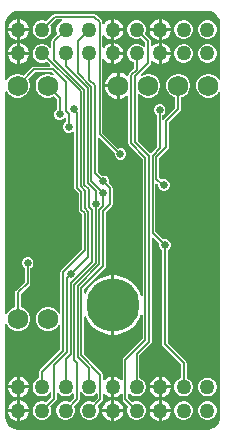
<source format=gbl>
G04*
G04 #@! TF.GenerationSoftware,Altium Limited,Altium Designer,23.0.1 (38)*
G04*
G04 Layer_Physical_Order=2*
G04 Layer_Color=16711680*
%FSLAX24Y24*%
%MOIN*%
G70*
G04*
G04 #@! TF.SameCoordinates,212204B1-6FDB-4007-BCD0-930B6937FDD8*
G04*
G04*
G04 #@! TF.FilePolarity,Positive*
G04*
G01*
G75*
%ADD13C,0.0060*%
%ADD35C,0.0680*%
%ADD36C,0.0500*%
%ADD37C,0.1772*%
%ADD38C,0.0260*%
G36*
X7107Y14197D02*
X7188Y14163D01*
X7261Y14114D01*
X7323Y14052D01*
X7372Y13979D01*
X7405Y13898D01*
X7422Y13812D01*
Y13769D01*
Y11905D01*
X7372Y11891D01*
X7334Y11958D01*
X7259Y12033D01*
X7168Y12085D01*
X7066Y12113D01*
X6961D01*
X6859Y12085D01*
X6768Y12033D01*
X6693Y11958D01*
X6641Y11867D01*
X6614Y11765D01*
Y11660D01*
X6641Y11558D01*
X6693Y11467D01*
X6768Y11393D01*
X6859Y11340D01*
X6961Y11313D01*
X7066D01*
X7168Y11340D01*
X7259Y11393D01*
X7334Y11467D01*
X7372Y11534D01*
X7422Y11520D01*
X7422Y700D01*
X7422Y656D01*
X7405Y570D01*
X7372Y489D01*
X7323Y416D01*
X7261Y354D01*
X7188Y306D01*
X7107Y272D01*
X7021Y255D01*
X656D01*
X570Y272D01*
X489Y306D01*
X416Y354D01*
X354Y416D01*
X306Y489D01*
X272Y570D01*
X255Y656D01*
Y700D01*
Y3776D01*
X305Y3784D01*
X357Y3692D01*
X432Y3618D01*
X523Y3565D01*
X625Y3538D01*
X730D01*
X832Y3565D01*
X923Y3618D01*
X998Y3692D01*
X1050Y3784D01*
X1077Y3885D01*
Y3991D01*
X1050Y4092D01*
X998Y4184D01*
X923Y4258D01*
X832Y4311D01*
X768Y4328D01*
Y4785D01*
X1065Y5082D01*
X1085Y5112D01*
X1092Y5147D01*
Y5632D01*
X1108Y5639D01*
X1161Y5692D01*
X1190Y5762D01*
Y5838D01*
X1161Y5908D01*
X1108Y5961D01*
X1038Y5990D01*
X962D01*
X892Y5961D01*
X839Y5908D01*
X810Y5838D01*
Y5762D01*
X839Y5692D01*
X892Y5639D01*
X908Y5632D01*
Y5185D01*
X611Y4888D01*
X591Y4858D01*
X584Y4823D01*
Y4327D01*
X523Y4311D01*
X432Y4258D01*
X357Y4184D01*
X305Y4092D01*
X255Y4100D01*
Y11520D01*
X305Y11534D01*
X344Y11467D01*
X418Y11393D01*
X509Y11340D01*
X611Y11313D01*
X716D01*
X818Y11340D01*
X909Y11393D01*
X984Y11467D01*
X1036Y11558D01*
X1064Y11660D01*
Y11765D01*
X1036Y11867D01*
X1004Y11923D01*
X1249Y12168D01*
X1817D01*
X1876Y12110D01*
X1845Y12070D01*
X1818Y12085D01*
X1716Y12113D01*
X1611D01*
X1509Y12085D01*
X1418Y12033D01*
X1344Y11958D01*
X1291Y11867D01*
X1264Y11765D01*
Y11660D01*
X1291Y11558D01*
X1344Y11467D01*
X1418Y11393D01*
X1509Y11340D01*
X1611Y11313D01*
X1716D01*
X1818Y11340D01*
X1874Y11372D01*
X1968Y11278D01*
Y10928D01*
X1952Y10921D01*
X1899Y10868D01*
X1870Y10798D01*
Y10722D01*
X1899Y10652D01*
X1952Y10599D01*
X2022Y10570D01*
X2098D01*
X2168Y10599D01*
X2218Y10650D01*
X2232Y10648D01*
X2268Y10636D01*
Y10508D01*
X2252Y10501D01*
X2199Y10448D01*
X2170Y10378D01*
Y10302D01*
X2199Y10232D01*
X2252Y10179D01*
X2322Y10150D01*
X2398D01*
X2468Y10179D01*
X2498Y10210D01*
X2548Y10189D01*
Y8321D01*
X2555Y8286D01*
X2575Y8256D01*
X2698Y8133D01*
Y7579D01*
X2705Y7544D01*
X2725Y7515D01*
X2808Y7431D01*
Y6278D01*
X2115Y5585D01*
X2095Y5555D01*
X2088Y5520D01*
Y4127D01*
X2038Y4113D01*
X1998Y4184D01*
X1923Y4258D01*
X1832Y4311D01*
X1730Y4338D01*
X1625D01*
X1523Y4311D01*
X1432Y4258D01*
X1357Y4184D01*
X1305Y4092D01*
X1277Y3991D01*
Y3885D01*
X1305Y3784D01*
X1357Y3692D01*
X1432Y3618D01*
X1523Y3565D01*
X1625Y3538D01*
X1730D01*
X1832Y3565D01*
X1923Y3618D01*
X1998Y3692D01*
X2038Y3763D01*
X2088Y3750D01*
Y2927D01*
X1411Y2250D01*
X1392Y2220D01*
X1385Y2185D01*
Y1970D01*
X1357Y1962D01*
X1286Y1921D01*
X1228Y1864D01*
X1188Y1793D01*
X1166Y1714D01*
Y1632D01*
X1188Y1554D01*
X1228Y1483D01*
X1286Y1425D01*
X1357Y1384D01*
X1436Y1363D01*
X1517D01*
X1596Y1384D01*
X1667Y1425D01*
X1724Y1483D01*
X1738Y1507D01*
X1788Y1493D01*
Y1327D01*
X1621Y1160D01*
X1596Y1175D01*
X1517Y1196D01*
X1436D01*
X1357Y1175D01*
X1286Y1134D01*
X1228Y1076D01*
X1188Y1005D01*
X1166Y927D01*
Y845D01*
X1188Y766D01*
X1228Y695D01*
X1286Y638D01*
X1357Y597D01*
X1436Y576D01*
X1517D01*
X1596Y597D01*
X1667Y638D01*
X1724Y695D01*
X1765Y766D01*
X1786Y845D01*
Y927D01*
X1765Y1005D01*
X1751Y1030D01*
X1945Y1225D01*
X1965Y1254D01*
X1972Y1289D01*
Y1459D01*
X1997Y1473D01*
X2022Y1477D01*
X2073Y1425D01*
X2144Y1384D01*
X2223Y1363D01*
X2305D01*
X2383Y1384D01*
X2454Y1425D01*
X2496Y1467D01*
X2546Y1446D01*
Y1298D01*
X2408Y1160D01*
X2383Y1175D01*
X2305Y1196D01*
X2223D01*
X2144Y1175D01*
X2073Y1134D01*
X2016Y1076D01*
X1975Y1005D01*
X1954Y927D01*
Y845D01*
X1975Y766D01*
X2016Y695D01*
X2073Y638D01*
X2144Y597D01*
X2223Y576D01*
X2305D01*
X2383Y597D01*
X2454Y638D01*
X2512Y695D01*
X2553Y766D01*
X2574Y845D01*
Y927D01*
X2553Y1005D01*
X2538Y1030D01*
X2703Y1195D01*
X2723Y1225D01*
X2730Y1260D01*
Y1510D01*
X2780Y1524D01*
X2803Y1483D01*
X2861Y1425D01*
X2932Y1384D01*
X3010Y1363D01*
X3092D01*
X3171Y1384D01*
X3242Y1425D01*
X3283Y1467D01*
X3333Y1446D01*
Y1298D01*
X3196Y1160D01*
X3171Y1175D01*
X3092Y1196D01*
X3010D01*
X2932Y1175D01*
X2861Y1134D01*
X2803Y1076D01*
X2762Y1005D01*
X2741Y927D01*
Y845D01*
X2762Y766D01*
X2803Y695D01*
X2861Y638D01*
X2932Y597D01*
X3010Y576D01*
X3092D01*
X3171Y597D01*
X3242Y638D01*
X3299Y695D01*
X3340Y766D01*
X3361Y845D01*
Y927D01*
X3340Y1005D01*
X3326Y1030D01*
X3490Y1195D01*
X3510Y1225D01*
X3517Y1260D01*
Y1438D01*
X3567Y1450D01*
X3624Y1393D01*
X3703Y1347D01*
X3789Y1324D01*
Y1673D01*
Y2022D01*
X3703Y1999D01*
X3624Y1953D01*
X3567Y1897D01*
X3517Y1909D01*
Y2087D01*
X3510Y2122D01*
X3490Y2151D01*
X2879Y2763D01*
Y4015D01*
X2929Y4025D01*
X2965Y3938D01*
X3073Y3776D01*
X3210Y3639D01*
X3372Y3531D01*
X3551Y3457D01*
X3741Y3419D01*
X3789D01*
Y4405D01*
Y5391D01*
X3741D01*
X3551Y5353D01*
X3372Y5278D01*
X3210Y5170D01*
X3073Y5033D01*
X2965Y4872D01*
X2929Y4785D01*
X2879Y4795D01*
Y4949D01*
X3585Y5655D01*
X3605Y5685D01*
X3612Y5720D01*
Y7501D01*
X3805Y7694D01*
X3825Y7724D01*
X3832Y7759D01*
Y8310D01*
X3825Y8345D01*
X3805Y8375D01*
X3703Y8476D01*
X3710Y8492D01*
Y8568D01*
X3681Y8638D01*
X3628Y8691D01*
X3558Y8720D01*
X3482D01*
X3466Y8713D01*
X3332Y8848D01*
Y9968D01*
X3382Y9988D01*
X3900Y9470D01*
Y9402D01*
X3929Y9332D01*
X3982Y9279D01*
X4052Y9250D01*
X4128D01*
X4198Y9279D01*
X4251Y9332D01*
X4280Y9402D01*
Y9478D01*
X4251Y9548D01*
X4198Y9601D01*
X4128Y9630D01*
X4052D01*
X4015Y9615D01*
X3492Y10138D01*
Y12596D01*
X3542Y12609D01*
X3559Y12580D01*
X3624Y12515D01*
X3703Y12469D01*
X3789Y12446D01*
Y12795D01*
Y13144D01*
X3703Y13121D01*
X3624Y13075D01*
X3559Y13010D01*
X3542Y12981D01*
X3492Y12995D01*
Y13383D01*
X3542Y13397D01*
X3559Y13368D01*
X3624Y13303D01*
X3703Y13257D01*
X3789Y13234D01*
Y13583D01*
Y13932D01*
X3703Y13909D01*
X3624Y13863D01*
X3559Y13798D01*
X3542Y13769D01*
X3492Y13782D01*
Y13825D01*
X3485Y13860D01*
X3465Y13890D01*
X3275Y14080D01*
X3245Y14100D01*
X3210Y14106D01*
X1908D01*
X1873Y14100D01*
X1844Y14080D01*
X1621Y13857D01*
X1596Y13872D01*
X1517Y13893D01*
X1436D01*
X1357Y13872D01*
X1286Y13831D01*
X1228Y13773D01*
X1188Y13702D01*
X1166Y13623D01*
Y13542D01*
X1188Y13463D01*
X1228Y13392D01*
X1286Y13335D01*
X1357Y13294D01*
X1436Y13273D01*
X1517D01*
X1596Y13294D01*
X1667Y13335D01*
X1724Y13392D01*
X1765Y13463D01*
X1786Y13542D01*
Y13623D01*
X1765Y13702D01*
X1751Y13727D01*
X1946Y13923D01*
X2143D01*
X2149Y13873D01*
X2144Y13872D01*
X2073Y13831D01*
X2016Y13773D01*
X1975Y13702D01*
X1954Y13623D01*
Y13542D01*
X1975Y13463D01*
X1989Y13438D01*
X1815Y13264D01*
X1795Y13234D01*
X1788Y13199D01*
Y12975D01*
X1738Y12962D01*
X1724Y12986D01*
X1667Y13043D01*
X1596Y13084D01*
X1517Y13105D01*
X1436D01*
X1357Y13084D01*
X1286Y13043D01*
X1228Y12986D01*
X1188Y12915D01*
X1166Y12836D01*
Y12754D01*
X1188Y12676D01*
X1228Y12605D01*
X1286Y12547D01*
X1357Y12506D01*
X1436Y12485D01*
X1517D01*
X1596Y12506D01*
X1630Y12526D01*
X1757Y12398D01*
X1738Y12352D01*
X1211D01*
X1176Y12345D01*
X1146Y12325D01*
X874Y12053D01*
X818Y12085D01*
X716Y12113D01*
X611D01*
X509Y12085D01*
X418Y12033D01*
X344Y11958D01*
X305Y11891D01*
X255Y11905D01*
Y13769D01*
Y13812D01*
X272Y13898D01*
X306Y13979D01*
X354Y14052D01*
X416Y14114D01*
X489Y14163D01*
X570Y14197D01*
X656Y14214D01*
X7021D01*
X7107Y14197D01*
D02*
G37*
%LPC*%
G36*
X5463Y13932D02*
Y13633D01*
X5762D01*
X5740Y13718D01*
X5693Y13798D01*
X5628Y13863D01*
X5548Y13909D01*
X5463Y13932D01*
D02*
G37*
G36*
X5363D02*
X5278Y13909D01*
X5198Y13863D01*
X5133Y13798D01*
X5087Y13718D01*
X5064Y13633D01*
X5363D01*
Y13932D01*
D02*
G37*
G36*
X3889D02*
Y13633D01*
X4188D01*
X4165Y13718D01*
X4119Y13798D01*
X4053Y13863D01*
X3974Y13909D01*
X3889Y13932D01*
D02*
G37*
G36*
X739D02*
Y13633D01*
X1038D01*
X1015Y13718D01*
X969Y13798D01*
X904Y13863D01*
X824Y13909D01*
X739Y13932D01*
D02*
G37*
G36*
X639D02*
X554Y13909D01*
X474Y13863D01*
X409Y13798D01*
X363Y13718D01*
X340Y13633D01*
X639D01*
Y13932D01*
D02*
G37*
G36*
X7029Y13893D02*
X6947D01*
X6869Y13872D01*
X6798Y13831D01*
X6740Y13773D01*
X6699Y13702D01*
X6678Y13623D01*
Y13542D01*
X6699Y13463D01*
X6740Y13392D01*
X6798Y13335D01*
X6869Y13294D01*
X6947Y13273D01*
X7029D01*
X7108Y13294D01*
X7179Y13335D01*
X7236Y13392D01*
X7277Y13463D01*
X7298Y13542D01*
Y13623D01*
X7277Y13702D01*
X7236Y13773D01*
X7179Y13831D01*
X7108Y13872D01*
X7029Y13893D01*
D02*
G37*
G36*
X6242D02*
X6160D01*
X6081Y13872D01*
X6010Y13831D01*
X5953Y13773D01*
X5912Y13702D01*
X5891Y13623D01*
Y13542D01*
X5912Y13463D01*
X5953Y13392D01*
X6010Y13335D01*
X6081Y13294D01*
X6160Y13273D01*
X6242D01*
X6320Y13294D01*
X6391Y13335D01*
X6449Y13392D01*
X6490Y13463D01*
X6511Y13542D01*
Y13623D01*
X6490Y13702D01*
X6449Y13773D01*
X6391Y13831D01*
X6320Y13872D01*
X6242Y13893D01*
D02*
G37*
G36*
X5762Y13533D02*
X5463D01*
Y13234D01*
X5548Y13257D01*
X5628Y13303D01*
X5693Y13368D01*
X5740Y13448D01*
X5762Y13533D01*
D02*
G37*
G36*
X5363D02*
X5064D01*
X5087Y13448D01*
X5133Y13368D01*
X5198Y13303D01*
X5278Y13257D01*
X5363Y13234D01*
Y13533D01*
D02*
G37*
G36*
X4188D02*
X3889D01*
Y13234D01*
X3974Y13257D01*
X4053Y13303D01*
X4119Y13368D01*
X4165Y13448D01*
X4188Y13533D01*
D02*
G37*
G36*
X1038D02*
X739D01*
Y13234D01*
X824Y13257D01*
X904Y13303D01*
X969Y13368D01*
X1015Y13448D01*
X1038Y13533D01*
D02*
G37*
G36*
X639D02*
X340D01*
X363Y13448D01*
X409Y13368D01*
X474Y13303D01*
X554Y13257D01*
X639Y13234D01*
Y13533D01*
D02*
G37*
G36*
X4667Y13893D02*
X4585D01*
X4506Y13872D01*
X4436Y13831D01*
X4378Y13773D01*
X4337Y13702D01*
X4316Y13623D01*
Y13542D01*
X4337Y13463D01*
X4378Y13392D01*
X4436Y13335D01*
X4506Y13294D01*
X4585Y13273D01*
X4667D01*
X4746Y13294D01*
X4771Y13308D01*
X4918Y13161D01*
Y13010D01*
X4893Y12996D01*
X4868Y12992D01*
X4816Y13043D01*
X4746Y13084D01*
X4667Y13105D01*
X4585D01*
X4506Y13084D01*
X4436Y13043D01*
X4378Y12986D01*
X4337Y12915D01*
X4316Y12836D01*
Y12754D01*
X4337Y12676D01*
X4378Y12605D01*
X4436Y12547D01*
X4506Y12506D01*
X4538Y12498D01*
Y12293D01*
X4385Y12140D01*
X4365Y12110D01*
X4358Y12075D01*
Y12056D01*
X4312Y12036D01*
X4284Y12065D01*
X4183Y12123D01*
X4071Y12153D01*
X4064D01*
Y11713D01*
Y11273D01*
X4071D01*
X4183Y11303D01*
X4284Y11361D01*
X4312Y11389D01*
X4358Y11370D01*
Y9790D01*
X4365Y9755D01*
X4385Y9725D01*
X4828Y9282D01*
Y4722D01*
X4778Y4712D01*
X4712Y4872D01*
X4604Y5033D01*
X4467Y5170D01*
X4306Y5278D01*
X4126Y5353D01*
X3936Y5391D01*
X3889D01*
Y4405D01*
Y3419D01*
X3936D01*
X4126Y3457D01*
X4306Y3531D01*
X4467Y3639D01*
X4604Y3776D01*
X4712Y3938D01*
X4778Y4097D01*
X4828Y4087D01*
Y3265D01*
X4187Y2624D01*
X4167Y2594D01*
X4160Y2559D01*
Y1909D01*
X4110Y1897D01*
X4053Y1953D01*
X3974Y1999D01*
X3889Y2022D01*
Y1673D01*
Y1324D01*
X3974Y1347D01*
X4053Y1393D01*
X4110Y1450D01*
X4160Y1438D01*
Y1260D01*
X4167Y1225D01*
X4187Y1195D01*
X4352Y1030D01*
X4337Y1005D01*
X4316Y927D01*
Y845D01*
X4337Y766D01*
X4378Y695D01*
X4436Y638D01*
X4506Y597D01*
X4585Y576D01*
X4667D01*
X4746Y597D01*
X4816Y638D01*
X4874Y695D01*
X4915Y766D01*
X4936Y845D01*
Y927D01*
X4915Y1005D01*
X4874Y1076D01*
X4816Y1134D01*
X4746Y1175D01*
X4667Y1196D01*
X4585D01*
X4506Y1175D01*
X4481Y1160D01*
X4344Y1298D01*
Y1446D01*
X4394Y1467D01*
X4436Y1425D01*
X4506Y1384D01*
X4585Y1363D01*
X4667D01*
X4746Y1384D01*
X4816Y1425D01*
X4874Y1483D01*
X4915Y1554D01*
X4936Y1632D01*
Y1714D01*
X4915Y1793D01*
X4874Y1864D01*
X4816Y1921D01*
X4746Y1962D01*
X4718Y1970D01*
Y2725D01*
X5105Y3112D01*
X5125Y3142D01*
X5132Y3177D01*
Y4606D01*
X5132Y4606D01*
Y6653D01*
X5178Y6672D01*
X5387Y6464D01*
X5380Y6448D01*
Y6372D01*
X5409Y6302D01*
X5462Y6249D01*
X5478Y6242D01*
Y3100D01*
X5485Y3065D01*
X5505Y3035D01*
X6109Y2431D01*
Y1970D01*
X6081Y1962D01*
X6010Y1921D01*
X5953Y1864D01*
X5912Y1793D01*
X5891Y1714D01*
Y1632D01*
X5912Y1554D01*
X5953Y1483D01*
X6010Y1425D01*
X6081Y1384D01*
X6160Y1363D01*
X6242D01*
X6320Y1384D01*
X6391Y1425D01*
X6449Y1483D01*
X6490Y1554D01*
X6511Y1632D01*
Y1714D01*
X6490Y1793D01*
X6449Y1864D01*
X6391Y1921D01*
X6320Y1962D01*
X6293Y1970D01*
Y2469D01*
X6286Y2504D01*
X6266Y2534D01*
X5662Y3138D01*
Y6242D01*
X5678Y6249D01*
X5731Y6302D01*
X5760Y6372D01*
Y6448D01*
X5731Y6518D01*
X5678Y6571D01*
X5608Y6600D01*
X5532D01*
X5516Y6593D01*
X5252Y6858D01*
Y8453D01*
X5298Y8472D01*
X5350Y8420D01*
Y8362D01*
X5379Y8292D01*
X5432Y8239D01*
X5502Y8210D01*
X5578D01*
X5648Y8239D01*
X5701Y8292D01*
X5730Y8362D01*
Y8438D01*
X5701Y8508D01*
X5648Y8561D01*
X5578Y8590D01*
X5502D01*
X5458Y8572D01*
X5372Y8658D01*
Y9302D01*
X5685Y9615D01*
X5705Y9645D01*
X5712Y9680D01*
Y10494D01*
X6078Y10861D01*
X6098Y10890D01*
X6105Y10925D01*
Y11323D01*
X6168Y11340D01*
X6259Y11393D01*
X6334Y11467D01*
X6386Y11558D01*
X6414Y11660D01*
Y11765D01*
X6386Y11867D01*
X6334Y11958D01*
X6259Y12033D01*
X6168Y12085D01*
X6066Y12113D01*
X5961D01*
X5859Y12085D01*
X5768Y12033D01*
X5693Y11958D01*
X5641Y11867D01*
X5614Y11765D01*
Y11660D01*
X5641Y11558D01*
X5693Y11467D01*
X5768Y11393D01*
X5859Y11340D01*
X5922Y11323D01*
Y10963D01*
X5555Y10597D01*
X5542Y10577D01*
X5492Y10585D01*
Y10742D01*
X5508Y10749D01*
X5561Y10802D01*
X5590Y10872D01*
Y10948D01*
X5561Y11018D01*
X5508Y11071D01*
X5438Y11100D01*
X5362D01*
X5292Y11071D01*
X5239Y11018D01*
X5210Y10948D01*
Y10872D01*
X5239Y10802D01*
X5292Y10749D01*
X5308Y10742D01*
Y9667D01*
X5095Y9454D01*
X4755Y9795D01*
X4725Y9815D01*
X4725Y9815D01*
X4662Y9878D01*
Y11428D01*
X4712Y11449D01*
X4768Y11393D01*
X4859Y11340D01*
X4961Y11313D01*
X5066D01*
X5168Y11340D01*
X5259Y11393D01*
X5334Y11467D01*
X5386Y11558D01*
X5414Y11660D01*
Y11765D01*
X5386Y11867D01*
X5334Y11958D01*
X5259Y12033D01*
X5168Y12085D01*
X5066Y12113D01*
X4961D01*
X4859Y12085D01*
X4792Y12047D01*
X4761Y12087D01*
X5075Y12400D01*
X5094Y12430D01*
X5101Y12465D01*
Y12542D01*
X5151Y12562D01*
X5198Y12515D01*
X5278Y12469D01*
X5363Y12446D01*
Y12795D01*
Y13144D01*
X5278Y13121D01*
X5198Y13075D01*
X5151Y13028D01*
X5101Y13049D01*
Y13199D01*
X5094Y13234D01*
X5075Y13264D01*
X4900Y13438D01*
X4915Y13463D01*
X4936Y13542D01*
Y13623D01*
X4915Y13702D01*
X4874Y13773D01*
X4816Y13831D01*
X4746Y13872D01*
X4667Y13893D01*
D02*
G37*
G36*
X5463Y13144D02*
Y12845D01*
X5762D01*
X5740Y12930D01*
X5693Y13010D01*
X5628Y13075D01*
X5548Y13121D01*
X5463Y13144D01*
D02*
G37*
G36*
X3889D02*
Y12845D01*
X4188D01*
X4165Y12930D01*
X4119Y13010D01*
X4053Y13075D01*
X3974Y13121D01*
X3889Y13144D01*
D02*
G37*
G36*
X739D02*
Y12845D01*
X1038D01*
X1015Y12930D01*
X969Y13010D01*
X904Y13075D01*
X824Y13121D01*
X739Y13144D01*
D02*
G37*
G36*
X639D02*
X554Y13121D01*
X474Y13075D01*
X409Y13010D01*
X363Y12930D01*
X340Y12845D01*
X639D01*
Y13144D01*
D02*
G37*
G36*
X7029Y13105D02*
X6947D01*
X6869Y13084D01*
X6798Y13043D01*
X6740Y12986D01*
X6699Y12915D01*
X6678Y12836D01*
Y12754D01*
X6699Y12676D01*
X6740Y12605D01*
X6798Y12547D01*
X6869Y12506D01*
X6947Y12485D01*
X7029D01*
X7108Y12506D01*
X7179Y12547D01*
X7236Y12605D01*
X7277Y12676D01*
X7298Y12754D01*
Y12836D01*
X7277Y12915D01*
X7236Y12986D01*
X7179Y13043D01*
X7108Y13084D01*
X7029Y13105D01*
D02*
G37*
G36*
X6242D02*
X6160D01*
X6081Y13084D01*
X6010Y13043D01*
X5953Y12986D01*
X5912Y12915D01*
X5891Y12836D01*
Y12754D01*
X5912Y12676D01*
X5953Y12605D01*
X6010Y12547D01*
X6081Y12506D01*
X6160Y12485D01*
X6242D01*
X6320Y12506D01*
X6391Y12547D01*
X6449Y12605D01*
X6490Y12676D01*
X6511Y12754D01*
Y12836D01*
X6490Y12915D01*
X6449Y12986D01*
X6391Y13043D01*
X6320Y13084D01*
X6242Y13105D01*
D02*
G37*
G36*
X5762Y12745D02*
X5463D01*
Y12446D01*
X5548Y12469D01*
X5628Y12515D01*
X5693Y12580D01*
X5740Y12660D01*
X5762Y12745D01*
D02*
G37*
G36*
X4188D02*
X3889D01*
Y12446D01*
X3974Y12469D01*
X4053Y12515D01*
X4119Y12580D01*
X4165Y12660D01*
X4188Y12745D01*
D02*
G37*
G36*
X1038D02*
X739D01*
Y12446D01*
X824Y12469D01*
X904Y12515D01*
X969Y12580D01*
X1015Y12660D01*
X1038Y12745D01*
D02*
G37*
G36*
X639D02*
X340D01*
X363Y12660D01*
X409Y12580D01*
X474Y12515D01*
X554Y12469D01*
X639Y12446D01*
Y12745D01*
D02*
G37*
G36*
X3964Y12153D02*
X3956D01*
X3844Y12123D01*
X3743Y12065D01*
X3661Y11983D01*
X3604Y11882D01*
X3574Y11771D01*
Y11763D01*
X3964D01*
Y12153D01*
D02*
G37*
G36*
Y11663D02*
X3574D01*
Y11655D01*
X3604Y11543D01*
X3661Y11442D01*
X3743Y11361D01*
X3844Y11303D01*
X3956Y11273D01*
X3964D01*
Y11663D01*
D02*
G37*
G36*
X739Y2022D02*
Y1723D01*
X1038D01*
X1015Y1808D01*
X969Y1888D01*
X904Y1953D01*
X824Y1999D01*
X739Y2022D01*
D02*
G37*
G36*
X5463D02*
Y1723D01*
X5762D01*
X5740Y1808D01*
X5693Y1888D01*
X5628Y1953D01*
X5548Y1999D01*
X5463Y2022D01*
D02*
G37*
G36*
X639D02*
X554Y1999D01*
X474Y1953D01*
X409Y1888D01*
X363Y1808D01*
X340Y1723D01*
X639D01*
Y2022D01*
D02*
G37*
G36*
X5363D02*
X5278Y1999D01*
X5198Y1953D01*
X5133Y1888D01*
X5087Y1808D01*
X5064Y1723D01*
X5363D01*
Y2022D01*
D02*
G37*
G36*
X7029Y1983D02*
X6947D01*
X6869Y1962D01*
X6798Y1921D01*
X6740Y1864D01*
X6699Y1793D01*
X6678Y1714D01*
Y1632D01*
X6699Y1554D01*
X6740Y1483D01*
X6798Y1425D01*
X6869Y1384D01*
X6947Y1363D01*
X7029D01*
X7108Y1384D01*
X7179Y1425D01*
X7236Y1483D01*
X7277Y1554D01*
X7298Y1632D01*
Y1714D01*
X7277Y1793D01*
X7236Y1864D01*
X7179Y1921D01*
X7108Y1962D01*
X7029Y1983D01*
D02*
G37*
G36*
X5762Y1623D02*
X5463D01*
Y1324D01*
X5548Y1347D01*
X5628Y1393D01*
X5693Y1458D01*
X5740Y1538D01*
X5762Y1623D01*
D02*
G37*
G36*
X1038D02*
X739D01*
Y1324D01*
X824Y1347D01*
X904Y1393D01*
X969Y1458D01*
X1015Y1538D01*
X1038Y1623D01*
D02*
G37*
G36*
X5363D02*
X5064D01*
X5087Y1538D01*
X5133Y1458D01*
X5198Y1393D01*
X5278Y1347D01*
X5363Y1324D01*
Y1623D01*
D02*
G37*
G36*
X639D02*
X340D01*
X363Y1538D01*
X409Y1458D01*
X474Y1393D01*
X554Y1347D01*
X639Y1324D01*
Y1623D01*
D02*
G37*
G36*
X3889Y1235D02*
Y936D01*
X4188D01*
X4165Y1021D01*
X4119Y1101D01*
X4053Y1166D01*
X3974Y1212D01*
X3889Y1235D01*
D02*
G37*
G36*
X739D02*
Y936D01*
X1038D01*
X1015Y1021D01*
X969Y1101D01*
X904Y1166D01*
X824Y1212D01*
X739Y1235D01*
D02*
G37*
G36*
X5463D02*
Y936D01*
X5762D01*
X5740Y1021D01*
X5693Y1101D01*
X5628Y1166D01*
X5548Y1212D01*
X5463Y1235D01*
D02*
G37*
G36*
X3789D02*
X3703Y1212D01*
X3624Y1166D01*
X3559Y1101D01*
X3512Y1021D01*
X3490Y936D01*
X3789D01*
Y1235D01*
D02*
G37*
G36*
X639D02*
X554Y1212D01*
X474Y1166D01*
X409Y1101D01*
X363Y1021D01*
X340Y936D01*
X639D01*
Y1235D01*
D02*
G37*
G36*
X5363D02*
X5278Y1212D01*
X5198Y1166D01*
X5133Y1101D01*
X5087Y1021D01*
X5064Y936D01*
X5363D01*
Y1235D01*
D02*
G37*
G36*
X7029Y1196D02*
X6947D01*
X6869Y1175D01*
X6798Y1134D01*
X6740Y1076D01*
X6699Y1005D01*
X6678Y927D01*
Y845D01*
X6699Y766D01*
X6740Y695D01*
X6798Y638D01*
X6869Y597D01*
X6947Y576D01*
X7029D01*
X7108Y597D01*
X7179Y638D01*
X7236Y695D01*
X7277Y766D01*
X7298Y845D01*
Y927D01*
X7277Y1005D01*
X7236Y1076D01*
X7179Y1134D01*
X7108Y1175D01*
X7029Y1196D01*
D02*
G37*
G36*
X6242D02*
X6160D01*
X6081Y1175D01*
X6010Y1134D01*
X5953Y1076D01*
X5912Y1005D01*
X5891Y927D01*
Y845D01*
X5912Y766D01*
X5953Y695D01*
X6010Y638D01*
X6081Y597D01*
X6160Y576D01*
X6242D01*
X6320Y597D01*
X6391Y638D01*
X6449Y695D01*
X6490Y766D01*
X6511Y845D01*
Y927D01*
X6490Y1005D01*
X6449Y1076D01*
X6391Y1134D01*
X6320Y1175D01*
X6242Y1196D01*
D02*
G37*
G36*
X5762Y836D02*
X5463D01*
Y537D01*
X5548Y560D01*
X5628Y606D01*
X5693Y671D01*
X5740Y751D01*
X5762Y836D01*
D02*
G37*
G36*
X4188D02*
X3889D01*
Y537D01*
X3974Y560D01*
X4053Y606D01*
X4119Y671D01*
X4165Y751D01*
X4188Y836D01*
D02*
G37*
G36*
X1038D02*
X739D01*
Y537D01*
X824Y560D01*
X904Y606D01*
X969Y671D01*
X1015Y751D01*
X1038Y836D01*
D02*
G37*
G36*
X5363D02*
X5064D01*
X5087Y751D01*
X5133Y671D01*
X5198Y606D01*
X5278Y560D01*
X5363Y537D01*
Y836D01*
D02*
G37*
G36*
X3789D02*
X3490D01*
X3512Y751D01*
X3559Y671D01*
X3624Y606D01*
X3703Y560D01*
X3789Y537D01*
Y836D01*
D02*
G37*
G36*
X639D02*
X340D01*
X363Y751D01*
X409Y671D01*
X474Y606D01*
X554Y560D01*
X639Y537D01*
Y836D01*
D02*
G37*
%LPD*%
D13*
X2300Y5300D02*
X2430Y5430D01*
X3020Y6020D02*
Y7519D01*
X2430Y5430D02*
Y5450D01*
X2440Y5440D02*
X3020Y6020D01*
X2300Y2839D02*
Y5300D01*
X5400Y9629D02*
Y10910D01*
X5570Y3100D02*
Y6410D01*
X5160Y6820D02*
Y9389D01*
Y6820D02*
X5570Y6410D01*
X676Y3940D02*
Y4823D01*
Y3940D02*
X677Y3938D01*
X4626Y13583D02*
X5010Y13199D01*
Y12465D02*
Y13199D01*
X4570Y12025D02*
X5010Y12465D01*
X4570Y9840D02*
X4680Y9730D01*
X4690D01*
X4570Y9840D02*
Y12025D01*
X4450Y9790D02*
Y12075D01*
Y9790D02*
X4920Y9320D01*
X4450Y12075D02*
X4630Y12255D01*
X4920Y4557D02*
Y9320D01*
X4690Y9730D02*
X5040Y9380D01*
Y4606D02*
Y9380D01*
X4060Y9440D02*
X4090D01*
X3400Y10100D02*
Y13825D01*
Y10100D02*
X4060Y9440D01*
X1908Y14015D02*
X3210D01*
X3400Y13825D01*
X5280Y8620D02*
X5500Y8400D01*
X5540D01*
X5280Y8620D02*
Y9340D01*
X5620Y9680D02*
Y10532D01*
X6014Y10925D02*
Y11713D01*
X5620Y10532D02*
X6014Y10925D01*
X5280Y9340D02*
X5620Y9680D01*
X5160Y9389D02*
X5400Y9629D01*
X664Y11713D02*
X1211Y12260D01*
X1855D02*
X2260Y11855D01*
X1211Y12260D02*
X1855D01*
X2260Y10884D02*
X2360Y10784D01*
Y10340D02*
Y10784D01*
X2260Y10884D02*
Y11855D01*
X2060Y10760D02*
Y11316D01*
X1664Y11713D02*
X2060Y11316D01*
X4920Y3227D02*
Y4557D01*
X4920Y4557D02*
X4920Y4557D01*
X1000Y5147D02*
Y5800D01*
X2180Y5520D02*
X2900Y6240D01*
Y7469D01*
X2180Y2889D02*
Y5520D01*
X2640Y8321D02*
Y10790D01*
X2790Y7579D02*
X2900Y7469D01*
X2790Y7579D02*
Y8171D01*
X2640Y8321D02*
X2790Y8171D01*
X2530Y10900D02*
X2640Y10790D01*
X2760Y8371D02*
Y11525D01*
X2910Y7629D02*
X3020Y7519D01*
X2910Y7629D02*
Y8221D01*
X1490Y12795D02*
X2760Y11525D01*
Y8371D02*
X2910Y8221D01*
X3240Y8810D02*
X3520Y8530D01*
X3740Y8310D01*
X3390Y7579D02*
X3520Y7709D01*
Y8130D01*
Y7539D02*
X3740Y7759D01*
Y8310D01*
X3520Y5720D02*
Y7539D01*
X2787Y4987D02*
X3520Y5720D01*
X3390Y5760D02*
Y7579D01*
X2667Y5037D02*
X3390Y5760D01*
X2880Y8420D02*
X3040Y8260D01*
Y7669D02*
Y8260D01*
X3140Y5849D02*
Y7569D01*
X2880Y8420D02*
Y11575D01*
X2427Y5136D02*
X3140Y5849D01*
X3040Y7669D02*
X3140Y7569D01*
X1880Y12575D02*
X2880Y11575D01*
X2427Y4402D02*
Y5136D01*
X3260Y5799D02*
Y7760D01*
X2547Y2571D02*
Y5087D01*
X3260Y5799D01*
X2667Y2675D02*
Y5037D01*
X2787Y2725D02*
Y4987D01*
X676Y4823D02*
X1000Y5147D01*
X3000Y8470D02*
Y11624D01*
Y8470D02*
X3260Y8210D01*
Y7760D02*
Y8210D01*
X3120Y8530D02*
Y11674D01*
Y8530D02*
X3520Y8130D01*
X2264Y12361D02*
X3000Y11624D01*
X3240Y8810D02*
Y11724D01*
X6201Y1673D02*
Y2469D01*
X5570Y3100D02*
X6201Y2469D01*
X2667Y2675D02*
X3051Y2291D01*
X5040Y4606D02*
X5040Y4606D01*
X4626Y2763D02*
X5040Y3177D01*
Y4606D01*
X4626Y1673D02*
Y2763D01*
X4252Y1260D02*
Y2559D01*
Y1260D02*
X4626Y886D01*
X4252Y2559D02*
X4920Y3227D01*
X2547Y2571D02*
X2638Y2480D01*
Y1260D02*
Y2480D01*
X3051Y1673D02*
Y2291D01*
X2264Y1673D02*
Y2618D01*
X2427Y2781D02*
Y4402D01*
X2264Y2618D02*
X2427Y2781D01*
X1880Y2419D02*
X2300Y2839D01*
X1880Y1289D02*
Y2419D01*
X1476Y2185D02*
X2180Y2889D01*
X1476Y1673D02*
Y2185D01*
X3425Y1260D02*
Y2087D01*
X2787Y2725D02*
X3425Y2087D01*
X1476Y886D02*
X1880Y1289D01*
X2264Y886D02*
X2638Y1260D01*
X3051Y886D02*
X3425Y1260D01*
X3051Y11913D02*
Y12795D01*
Y11913D02*
X3240Y11724D01*
X2660Y12134D02*
Y13191D01*
Y12134D02*
X3120Y11674D01*
X2264Y12361D02*
Y12795D01*
X2530Y10900D02*
Y10925D01*
X1476Y12795D02*
X1490D01*
X4630Y12255D02*
Y12791D01*
X4626Y12795D02*
X4630Y12791D01*
X1476Y13583D02*
X1908Y14015D01*
X1880Y12575D02*
Y13199D01*
X2264Y13583D01*
X2660Y13191D02*
X3051Y13583D01*
D35*
X1677Y3938D02*
D03*
X677D02*
D03*
X664Y11713D02*
D03*
X1664D02*
D03*
X7014D02*
D03*
X6014D02*
D03*
X5014D02*
D03*
X4014D02*
D03*
D36*
X6988Y886D02*
D03*
X6201D02*
D03*
X5413D02*
D03*
X4626D02*
D03*
X3839D02*
D03*
X3051D02*
D03*
X2264D02*
D03*
X1476D02*
D03*
X689D02*
D03*
X6988Y1673D02*
D03*
X6201D02*
D03*
X5413D02*
D03*
X4626D02*
D03*
X3839D02*
D03*
X3051D02*
D03*
X2264D02*
D03*
X1476D02*
D03*
X689D02*
D03*
Y12795D02*
D03*
X1476D02*
D03*
X2264D02*
D03*
X3051D02*
D03*
X3839D02*
D03*
X4626D02*
D03*
X5413D02*
D03*
X6201D02*
D03*
X6988D02*
D03*
X689Y13583D02*
D03*
X1476D02*
D03*
X2264D02*
D03*
X3051D02*
D03*
X3839D02*
D03*
X4626D02*
D03*
X5413D02*
D03*
X6201D02*
D03*
X6988D02*
D03*
D37*
X3839Y4405D02*
D03*
D38*
X2430Y5450D02*
D03*
X5400Y10910D02*
D03*
X5740Y8900D02*
D03*
X5570Y6410D02*
D03*
X6270Y7310D02*
D03*
X4090Y9440D02*
D03*
X5540Y8400D02*
D03*
X850Y10830D02*
D03*
X1180Y9220D02*
D03*
X2360Y10340D02*
D03*
X2060Y10760D02*
D03*
X1000Y5800D02*
D03*
X3260Y7760D02*
D03*
X3520Y8530D02*
D03*
Y8130D02*
D03*
X2530Y10925D02*
D03*
X4980Y9815D02*
D03*
M02*

</source>
